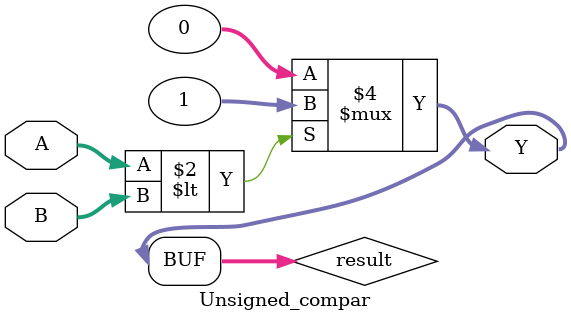
<source format=v>

module Unsigned_compar (
    input [31:0] A,  
    input [31:0] B,  
    output [31:0] Y  
);
    reg [31:0] result;

    always @(*) begin
        if (A < B) begin
            result = 32'd1; 
        end else begin
            result = 32'd0; 
        end
    end

    assign Y = result;  
endmodule

</source>
